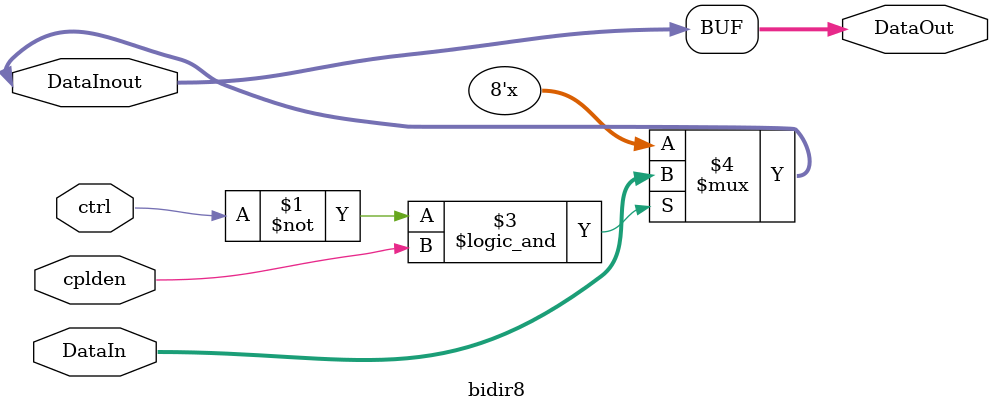
<source format=v>
`timescale 1ns / 1ps
module bidir8(cplden,ctrl,DataIn,DataOut,DataInout);
input ctrl;
input cplden;
input [7:0]DataIn;
output [7:0]DataOut;
inout [7:0]DataInout;
assign DataOut=DataInout;
assign DataInout=((ctrl==1'b0)&&(cplden==1'b1))?DataIn:8'bz;
endmodule

</source>
